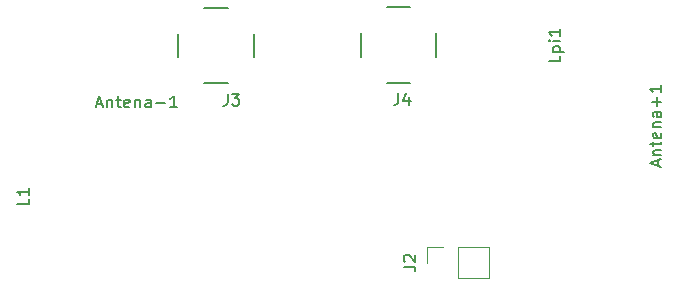
<source format=gbr>
%TF.GenerationSoftware,KiCad,Pcbnew,(6.0.5-0)*%
%TF.CreationDate,2022-07-01T09:39:55-05:00*%
%TF.ProjectId,AM_modulator,414d5f6d-6f64-4756-9c61-746f722e6b69,rev?*%
%TF.SameCoordinates,Original*%
%TF.FileFunction,Legend,Top*%
%TF.FilePolarity,Positive*%
%FSLAX46Y46*%
G04 Gerber Fmt 4.6, Leading zero omitted, Abs format (unit mm)*
G04 Created by KiCad (PCBNEW (6.0.5-0)) date 2022-07-01 09:39:55*
%MOMM*%
%LPD*%
G01*
G04 APERTURE LIST*
%ADD10C,0.150000*%
%ADD11C,0.127000*%
%ADD12C,0.120000*%
G04 APERTURE END LIST*
D10*
%TO.C,Lpi1*%
X88662380Y-56507142D02*
X88662380Y-56983333D01*
X87662380Y-56983333D01*
X87995714Y-56173809D02*
X88995714Y-56173809D01*
X88043333Y-56173809D02*
X87995714Y-56078571D01*
X87995714Y-55888095D01*
X88043333Y-55792857D01*
X88090952Y-55745238D01*
X88186190Y-55697619D01*
X88471904Y-55697619D01*
X88567142Y-55745238D01*
X88614761Y-55792857D01*
X88662380Y-55888095D01*
X88662380Y-56078571D01*
X88614761Y-56173809D01*
X88662380Y-55269047D02*
X87995714Y-55269047D01*
X87662380Y-55269047D02*
X87710000Y-55316666D01*
X87757619Y-55269047D01*
X87710000Y-55221428D01*
X87662380Y-55269047D01*
X87757619Y-55269047D01*
X88662380Y-54269047D02*
X88662380Y-54840476D01*
X88662380Y-54554761D02*
X87662380Y-54554761D01*
X87805238Y-54650000D01*
X87900476Y-54745238D01*
X87948095Y-54840476D01*
%TO.C,L1*%
X43652380Y-68616666D02*
X43652380Y-69092857D01*
X42652380Y-69092857D01*
X43652380Y-67759523D02*
X43652380Y-68330952D01*
X43652380Y-68045238D02*
X42652380Y-68045238D01*
X42795238Y-68140476D01*
X42890476Y-68235714D01*
X42938095Y-68330952D01*
%TO.C,J4*%
X74941666Y-59687380D02*
X74941666Y-60401666D01*
X74894047Y-60544523D01*
X74798809Y-60639761D01*
X74655952Y-60687380D01*
X74560714Y-60687380D01*
X75846428Y-60020714D02*
X75846428Y-60687380D01*
X75608333Y-59639761D02*
X75370238Y-60354047D01*
X75989285Y-60354047D01*
%TO.C,J2*%
X75382380Y-74383333D02*
X76096666Y-74383333D01*
X76239523Y-74430952D01*
X76334761Y-74526190D01*
X76382380Y-74669047D01*
X76382380Y-74764285D01*
X75477619Y-73954761D02*
X75430000Y-73907142D01*
X75382380Y-73811904D01*
X75382380Y-73573809D01*
X75430000Y-73478571D01*
X75477619Y-73430952D01*
X75572857Y-73383333D01*
X75668095Y-73383333D01*
X75810952Y-73430952D01*
X76382380Y-74002380D01*
X76382380Y-73383333D01*
%TO.C,J3*%
X60471666Y-59737380D02*
X60471666Y-60451666D01*
X60424047Y-60594523D01*
X60328809Y-60689761D01*
X60185952Y-60737380D01*
X60090714Y-60737380D01*
X60852619Y-59737380D02*
X61471666Y-59737380D01*
X61138333Y-60118333D01*
X61281190Y-60118333D01*
X61376428Y-60165952D01*
X61424047Y-60213571D01*
X61471666Y-60308809D01*
X61471666Y-60546904D01*
X61424047Y-60642142D01*
X61376428Y-60689761D01*
X61281190Y-60737380D01*
X60995476Y-60737380D01*
X60900238Y-60689761D01*
X60852619Y-60642142D01*
%TO.C,Antena+1*%
X96916666Y-65834761D02*
X96916666Y-65358571D01*
X97202380Y-65930000D02*
X96202380Y-65596666D01*
X97202380Y-65263333D01*
X96535714Y-64930000D02*
X97202380Y-64930000D01*
X96630952Y-64930000D02*
X96583333Y-64882380D01*
X96535714Y-64787142D01*
X96535714Y-64644285D01*
X96583333Y-64549047D01*
X96678571Y-64501428D01*
X97202380Y-64501428D01*
X96535714Y-64168095D02*
X96535714Y-63787142D01*
X96202380Y-64025238D02*
X97059523Y-64025238D01*
X97154761Y-63977619D01*
X97202380Y-63882380D01*
X97202380Y-63787142D01*
X97154761Y-63072857D02*
X97202380Y-63168095D01*
X97202380Y-63358571D01*
X97154761Y-63453809D01*
X97059523Y-63501428D01*
X96678571Y-63501428D01*
X96583333Y-63453809D01*
X96535714Y-63358571D01*
X96535714Y-63168095D01*
X96583333Y-63072857D01*
X96678571Y-63025238D01*
X96773809Y-63025238D01*
X96869047Y-63501428D01*
X96535714Y-62596666D02*
X97202380Y-62596666D01*
X96630952Y-62596666D02*
X96583333Y-62549047D01*
X96535714Y-62453809D01*
X96535714Y-62310952D01*
X96583333Y-62215714D01*
X96678571Y-62168095D01*
X97202380Y-62168095D01*
X97202380Y-61263333D02*
X96678571Y-61263333D01*
X96583333Y-61310952D01*
X96535714Y-61406190D01*
X96535714Y-61596666D01*
X96583333Y-61691904D01*
X97154761Y-61263333D02*
X97202380Y-61358571D01*
X97202380Y-61596666D01*
X97154761Y-61691904D01*
X97059523Y-61739523D01*
X96964285Y-61739523D01*
X96869047Y-61691904D01*
X96821428Y-61596666D01*
X96821428Y-61358571D01*
X96773809Y-61263333D01*
X96821428Y-60787142D02*
X96821428Y-60025238D01*
X97202380Y-60406190D02*
X96440476Y-60406190D01*
X97202380Y-59025238D02*
X97202380Y-59596666D01*
X97202380Y-59310952D02*
X96202380Y-59310952D01*
X96345238Y-59406190D01*
X96440476Y-59501428D01*
X96488095Y-59596666D01*
%TO.C,Antena-1*%
X49395238Y-60616666D02*
X49871428Y-60616666D01*
X49300000Y-60902380D02*
X49633333Y-59902380D01*
X49966666Y-60902380D01*
X50300000Y-60235714D02*
X50300000Y-60902380D01*
X50300000Y-60330952D02*
X50347619Y-60283333D01*
X50442857Y-60235714D01*
X50585714Y-60235714D01*
X50680952Y-60283333D01*
X50728571Y-60378571D01*
X50728571Y-60902380D01*
X51061904Y-60235714D02*
X51442857Y-60235714D01*
X51204761Y-59902380D02*
X51204761Y-60759523D01*
X51252380Y-60854761D01*
X51347619Y-60902380D01*
X51442857Y-60902380D01*
X52157142Y-60854761D02*
X52061904Y-60902380D01*
X51871428Y-60902380D01*
X51776190Y-60854761D01*
X51728571Y-60759523D01*
X51728571Y-60378571D01*
X51776190Y-60283333D01*
X51871428Y-60235714D01*
X52061904Y-60235714D01*
X52157142Y-60283333D01*
X52204761Y-60378571D01*
X52204761Y-60473809D01*
X51728571Y-60569047D01*
X52633333Y-60235714D02*
X52633333Y-60902380D01*
X52633333Y-60330952D02*
X52680952Y-60283333D01*
X52776190Y-60235714D01*
X52919047Y-60235714D01*
X53014285Y-60283333D01*
X53061904Y-60378571D01*
X53061904Y-60902380D01*
X53966666Y-60902380D02*
X53966666Y-60378571D01*
X53919047Y-60283333D01*
X53823809Y-60235714D01*
X53633333Y-60235714D01*
X53538095Y-60283333D01*
X53966666Y-60854761D02*
X53871428Y-60902380D01*
X53633333Y-60902380D01*
X53538095Y-60854761D01*
X53490476Y-60759523D01*
X53490476Y-60664285D01*
X53538095Y-60569047D01*
X53633333Y-60521428D01*
X53871428Y-60521428D01*
X53966666Y-60473809D01*
X54442857Y-60521428D02*
X55204761Y-60521428D01*
X56204761Y-60902380D02*
X55633333Y-60902380D01*
X55919047Y-60902380D02*
X55919047Y-59902380D01*
X55823809Y-60045238D01*
X55728571Y-60140476D01*
X55633333Y-60188095D01*
D11*
%TO.C,J4*%
X73950000Y-52400000D02*
X75950000Y-52400000D01*
X78150000Y-54600000D02*
X78150000Y-56600000D01*
X75950000Y-58800000D02*
X73950000Y-58800000D01*
X71750000Y-56600000D02*
X71750000Y-54600000D01*
D12*
%TO.C,J2*%
X82570000Y-75380000D02*
X82570000Y-72720000D01*
X77370000Y-72720000D02*
X78700000Y-72720000D01*
X79970000Y-72720000D02*
X82570000Y-72720000D01*
X79970000Y-75380000D02*
X82570000Y-75380000D01*
X77370000Y-74050000D02*
X77370000Y-72720000D01*
X79970000Y-75380000D02*
X79970000Y-72720000D01*
D11*
%TO.C,J3*%
X58500000Y-52450000D02*
X60500000Y-52450000D01*
X60500000Y-58850000D02*
X58500000Y-58850000D01*
X62700000Y-54650000D02*
X62700000Y-56650000D01*
X56300000Y-56650000D02*
X56300000Y-54650000D01*
%TD*%
M02*

</source>
